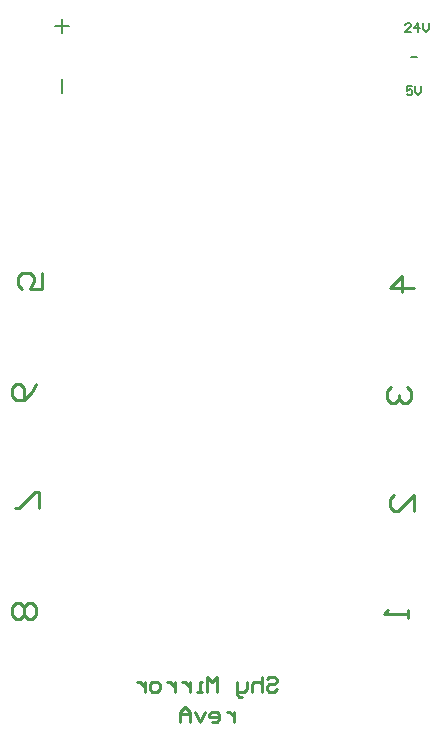
<source format=gbo>
G04*
G04 #@! TF.GenerationSoftware,Altium Limited,Altium Designer,21.8.1 (53)*
G04*
G04 Layer_Color=32896*
%FSLAX25Y25*%
%MOIN*%
G70*
G04*
G04 #@! TF.SameCoordinates,1476896B-5F1A-493A-A4EA-86BB9D18E634*
G04*
G04*
G04 #@! TF.FilePolarity,Positive*
G04*
G01*
G75*
%ADD13C,0.00800*%
%ADD14C,0.01000*%
D13*
X236500Y316799D02*
X234501D01*
Y315300D01*
X235501Y315799D01*
X236000D01*
X236500Y315300D01*
Y314300D01*
X236000Y313800D01*
X235001D01*
X234501Y314300D01*
X237500Y316799D02*
Y314800D01*
X238499Y313800D01*
X239499Y314800D01*
Y316799D01*
X119501Y334667D02*
Y339333D01*
X117168Y337000D02*
X121834D01*
X119501Y314668D02*
Y319333D01*
X236001Y334800D02*
X234001D01*
X236001Y336799D01*
Y337299D01*
X235501Y337799D01*
X234501D01*
X234001Y337299D01*
X238500Y334800D02*
Y337799D01*
X237000Y336299D01*
X239000D01*
X239999Y337799D02*
Y335800D01*
X240999Y334800D01*
X241999Y335800D01*
Y337799D01*
X236000Y326500D02*
X238000D01*
D14*
X235000Y142333D02*
Y139667D01*
Y141000D01*
X227003D01*
X228335Y142333D01*
X229335Y216666D02*
X228003Y215333D01*
Y212667D01*
X229335Y211334D01*
X230668D01*
X232001Y212667D01*
Y214000D01*
Y212667D01*
X233334Y211334D01*
X234667D01*
X236000Y212667D01*
Y215333D01*
X234667Y216666D01*
X237000Y249667D02*
X229003D01*
X233001Y253666D01*
Y248334D01*
X109664Y139334D02*
X110997Y140667D01*
Y143333D01*
X109664Y144666D01*
X108332D01*
X106999Y143333D01*
X105666Y144666D01*
X104333D01*
X103000Y143333D01*
Y140667D01*
X104333Y139334D01*
X105666D01*
X106999Y140667D01*
X108332Y139334D01*
X109664D01*
X106999Y140667D02*
Y143333D01*
X110997Y217666D02*
X109664Y215000D01*
X106999Y212334D01*
X104333D01*
X103000Y213667D01*
Y216333D01*
X104333Y217666D01*
X105666D01*
X106999Y216333D01*
Y212334D01*
X237000Y175334D02*
Y180666D01*
X231668Y175334D01*
X230335D01*
X229003Y176667D01*
Y179333D01*
X230335Y180666D01*
X111997Y176334D02*
Y181666D01*
X110664D01*
X105333Y176334D01*
X104000D01*
X112997Y254666D02*
Y249334D01*
X108999D01*
X110332Y252000D01*
Y253333D01*
X108999Y254666D01*
X106333D01*
X105000Y253333D01*
Y250667D01*
X106333Y249334D01*
X187994Y119229D02*
X188827Y120063D01*
X190493D01*
X191326Y119229D01*
Y118396D01*
X190493Y117563D01*
X188827D01*
X187994Y116730D01*
Y115897D01*
X188827Y115064D01*
X190493D01*
X191326Y115897D01*
X186327Y120063D02*
Y115064D01*
Y117563D01*
X185494Y118396D01*
X183828D01*
X182995Y117563D01*
Y115064D01*
X181329Y118396D02*
Y115897D01*
X180496Y115064D01*
X177997D01*
Y114231D01*
X178830Y113398D01*
X179663D01*
X177997Y115064D02*
Y118396D01*
X171332Y115064D02*
Y120063D01*
X169666Y118396D01*
X168000Y120063D01*
Y115064D01*
X166334D02*
X164668D01*
X165501D01*
Y118396D01*
X166334D01*
X162169D02*
Y115064D01*
Y116730D01*
X161336Y117563D01*
X160502Y118396D01*
X159669D01*
X157170D02*
Y115064D01*
Y116730D01*
X156337Y117563D01*
X155504Y118396D01*
X154671D01*
X151339Y115064D02*
X149673D01*
X148839Y115897D01*
Y117563D01*
X149673Y118396D01*
X151339D01*
X152172Y117563D01*
Y115897D01*
X151339Y115064D01*
X147173Y118396D02*
Y115064D01*
Y116730D01*
X146340Y117563D01*
X145507Y118396D01*
X144674D01*
X177164Y108332D02*
Y105000D01*
Y106666D01*
X176331Y107499D01*
X175498Y108332D01*
X174664D01*
X169666Y105000D02*
X171332D01*
X172165Y105833D01*
Y107499D01*
X171332Y108332D01*
X169666D01*
X168833Y107499D01*
Y106666D01*
X172165D01*
X167167Y108332D02*
X165501Y105000D01*
X163835Y108332D01*
X162169Y105000D02*
Y108332D01*
X160502Y109998D01*
X158836Y108332D01*
Y105000D01*
Y107499D01*
X162169D01*
M02*

</source>
